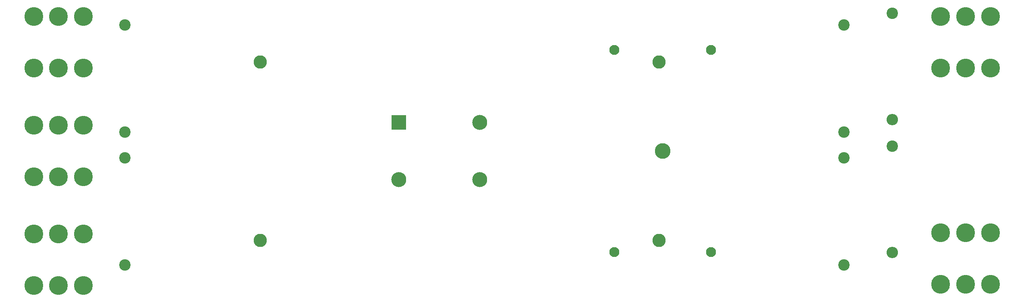
<source format=gbr>
%TF.GenerationSoftware,KiCad,Pcbnew,7.0.7*%
%TF.CreationDate,2023-09-21T13:51:13+02:00*%
%TF.ProjectId,GradientAmplifierFilter_V1,47726164-6965-46e7-9441-6d706c696669,rev?*%
%TF.SameCoordinates,Original*%
%TF.FileFunction,Copper,L3,Inr*%
%TF.FilePolarity,Positive*%
%FSLAX46Y46*%
G04 Gerber Fmt 4.6, Leading zero omitted, Abs format (unit mm)*
G04 Created by KiCad (PCBNEW 7.0.7) date 2023-09-21 13:51:13*
%MOMM*%
%LPD*%
G01*
G04 APERTURE LIST*
%TA.AperFunction,ComponentPad*%
%ADD10C,2.100000*%
%TD*%
%TA.AperFunction,ComponentPad*%
%ADD11C,3.300000*%
%TD*%
%TA.AperFunction,ComponentPad*%
%ADD12C,2.800000*%
%TD*%
%TA.AperFunction,ComponentPad*%
%ADD13C,3.960000*%
%TD*%
%TA.AperFunction,ComponentPad*%
%ADD14C,2.400000*%
%TD*%
%TA.AperFunction,ComponentPad*%
%ADD15O,2.400000X2.400000*%
%TD*%
%TA.AperFunction,ComponentPad*%
%ADD16R,3.150000X3.150000*%
%TD*%
%TA.AperFunction,ComponentPad*%
%ADD17C,3.150000*%
%TD*%
G04 APERTURE END LIST*
D10*
%TO.N,N/C*%
%TO.C,C1*%
X162560000Y-49870000D03*
X182860000Y-49870000D03*
X182860000Y-92370000D03*
%TO.N,GradientOut-*%
X162560000Y-92370000D03*
D11*
%TO.N,GradientOut+*%
X172710000Y-71120000D03*
%TD*%
D12*
%TO.N,GradientOut-*%
%TO.C,C6*%
X171900000Y-89896300D03*
%TO.N,GradientOut+*%
X171900000Y-52396300D03*
%TD*%
D13*
%TO.N,GradientOut-*%
%TO.C,J4*%
X231140000Y-99140000D03*
X231140000Y-88340000D03*
X236350000Y-99140000D03*
X236350000Y-88340000D03*
X241560000Y-99140000D03*
X241560000Y-88340000D03*
%TD*%
%TO.N,GradientIn+*%
%TO.C,J1*%
X50930000Y-42860000D03*
X50930000Y-53660000D03*
X45720000Y-42860000D03*
X45720000Y-53660000D03*
X40510000Y-42860000D03*
X40510000Y-53660000D03*
%TD*%
D14*
%TO.N,Earth*%
%TO.C,R3*%
X220980000Y-70080000D03*
D15*
%TO.N,GradientOut-*%
X220980000Y-92480000D03*
%TD*%
D13*
%TO.N,Earth*%
%TO.C,J3*%
X40510000Y-76520000D03*
X40510000Y-65720000D03*
X45720000Y-76520000D03*
X45720000Y-65720000D03*
X50930000Y-76520000D03*
X50930000Y-65720000D03*
%TD*%
D14*
%TO.N,GradientIn-*%
%TO.C,C2*%
X59690000Y-95070000D03*
%TO.N,Earth*%
X59690000Y-72570000D03*
%TD*%
%TO.N,GradientOut+*%
%TO.C,C4*%
X210820000Y-44630000D03*
%TO.N,Earth*%
X210820000Y-67130000D03*
%TD*%
D16*
%TO.N,GradientIn+*%
%TO.C,FL1*%
X117230000Y-65120000D03*
D17*
%TO.N,GradientIn-*%
X117230000Y-77120000D03*
%TO.N,GradientOut-*%
X134230000Y-77120000D03*
%TO.N,GradientOut+*%
X134230000Y-65120000D03*
%TD*%
D13*
%TO.N,GradientOut+*%
%TO.C,J5*%
X231140000Y-53660000D03*
X231140000Y-42860000D03*
X236350000Y-53660000D03*
X236350000Y-42860000D03*
X241560000Y-53660000D03*
X241560000Y-42860000D03*
%TD*%
D14*
%TO.N,GradientIn+*%
%TO.C,C3*%
X59690000Y-44630000D03*
%TO.N,Earth*%
X59690000Y-67130000D03*
%TD*%
%TO.N,GradientOut-*%
%TO.C,C5*%
X210820000Y-95070000D03*
%TO.N,Earth*%
X210820000Y-72570000D03*
%TD*%
D12*
%TO.N,GradientIn+*%
%TO.C,C7*%
X88080000Y-52396300D03*
%TO.N,GradientIn-*%
X88080000Y-89896300D03*
%TD*%
D15*
%TO.N,Earth*%
%TO.C,R2*%
X220980000Y-64540000D03*
D14*
%TO.N,GradientOut+*%
X220980000Y-42140000D03*
%TD*%
D13*
%TO.N,GradientIn-*%
%TO.C,J2*%
X50930000Y-88580000D03*
X50930000Y-99380000D03*
X45720000Y-88580000D03*
X45720000Y-99380000D03*
X40510000Y-88580000D03*
X40510000Y-99380000D03*
%TD*%
M02*

</source>
